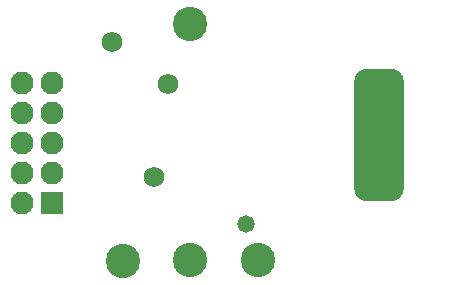
<source format=gbs>
G04 Layer_Color=16711935*
%FSLAX25Y25*%
%MOIN*%
G70*
G01*
G75*
%ADD34C,0.06800*%
G04:AMPARAMS|DCode=35|XSize=441.07mil|YSize=165.48mil|CornerRadius=43.37mil|HoleSize=0mil|Usage=FLASHONLY|Rotation=90.000|XOffset=0mil|YOffset=0mil|HoleType=Round|Shape=RoundedRectangle|*
%AMROUNDEDRECTD35*
21,1,0.44107,0.07874,0,0,90.0*
21,1,0.35433,0.16548,0,0,90.0*
1,1,0.08674,0.03937,0.17717*
1,1,0.08674,0.03937,-0.17717*
1,1,0.08674,-0.03937,-0.17717*
1,1,0.08674,-0.03937,0.17717*
%
%ADD35ROUNDEDRECTD35*%
%ADD36C,0.11430*%
%ADD37R,0.07690X0.07690*%
%ADD38C,0.07690*%
%ADD39C,0.05800*%
D34*
X187000Y178500D02*
D03*
X191500Y209500D02*
D03*
X173000Y223500D02*
D03*
D35*
X262000Y192500D02*
D03*
D36*
X199000Y229500D02*
D03*
X221500Y151000D02*
D03*
X199000D02*
D03*
X176500Y150500D02*
D03*
D37*
X153000Y170000D02*
D03*
D38*
Y180000D02*
D03*
Y190000D02*
D03*
Y200000D02*
D03*
Y210000D02*
D03*
X143000Y170000D02*
D03*
Y180000D02*
D03*
Y190000D02*
D03*
Y200000D02*
D03*
Y210000D02*
D03*
D39*
X217500Y163000D02*
D03*
M02*

</source>
